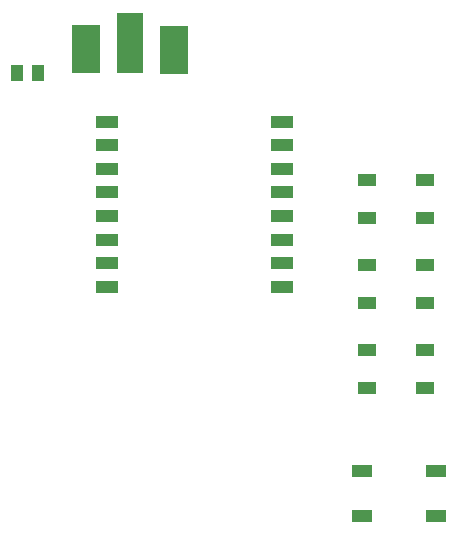
<source format=gbr>
G04 #@! TF.GenerationSoftware,KiCad,Pcbnew,5.0.2-bee76a0~70~ubuntu18.04.1*
G04 #@! TF.CreationDate,2019-01-13T17:19:06+01:00*
G04 #@! TF.ProjectId,lora_node_rfm95_minipro,6c6f7261-5f6e-46f6-9465-5f72666d3935,rev?*
G04 #@! TF.SameCoordinates,Original*
G04 #@! TF.FileFunction,Paste,Top*
G04 #@! TF.FilePolarity,Positive*
%FSLAX46Y46*%
G04 Gerber Fmt 4.6, Leading zero omitted, Abs format (unit mm)*
G04 Created by KiCad (PCBNEW 5.0.2-bee76a0~70~ubuntu18.04.1) date dom 13 ene 2019 17:19:06 CET*
%MOMM*%
%LPD*%
G01*
G04 APERTURE LIST*
%ADD10R,2.290000X5.080000*%
%ADD11R,2.420000X4.080000*%
%ADD12R,1.500000X1.000000*%
%ADD13R,1.700000X1.000000*%
%ADD14R,1.950000X1.050000*%
%ADD15R,1.120000X1.400000*%
G04 APERTURE END LIST*
D10*
G04 #@! TO.C,J2*
X149402800Y-70212800D03*
D11*
X153132800Y-70792800D03*
X145712800Y-70772800D03*
G04 #@! TD*
D12*
G04 #@! TO.C,LED3*
X174450000Y-99400000D03*
X174450000Y-96200000D03*
X169550000Y-99400000D03*
X169550000Y-96200000D03*
G04 #@! TD*
G04 #@! TO.C,LED2*
X169550000Y-89000000D03*
X169550000Y-92200000D03*
X174450000Y-89000000D03*
X174450000Y-92200000D03*
G04 #@! TD*
G04 #@! TO.C,LED1*
X174450000Y-85000000D03*
X174450000Y-81800000D03*
X169550000Y-85000000D03*
X169550000Y-81800000D03*
G04 #@! TD*
D13*
G04 #@! TO.C,SW2*
X169050000Y-106500000D03*
X175350000Y-106500000D03*
X169050000Y-110300000D03*
X175350000Y-110300000D03*
G04 #@! TD*
D14*
G04 #@! TO.C,U1*
X147540000Y-90870800D03*
X147540000Y-88870800D03*
X147540000Y-86870800D03*
X147540000Y-84870800D03*
X147540000Y-82870800D03*
X147540000Y-80870800D03*
X147540000Y-78870800D03*
X147540000Y-76870800D03*
X162340000Y-76870800D03*
X162340000Y-78870800D03*
X162340000Y-80870800D03*
X162340000Y-82870800D03*
X162340000Y-84870800D03*
X162340000Y-86870800D03*
X162340000Y-88870800D03*
X162340000Y-90870800D03*
G04 #@! TD*
D15*
G04 #@! TO.C,D2*
X139920000Y-72800000D03*
X141680000Y-72800000D03*
G04 #@! TD*
M02*

</source>
